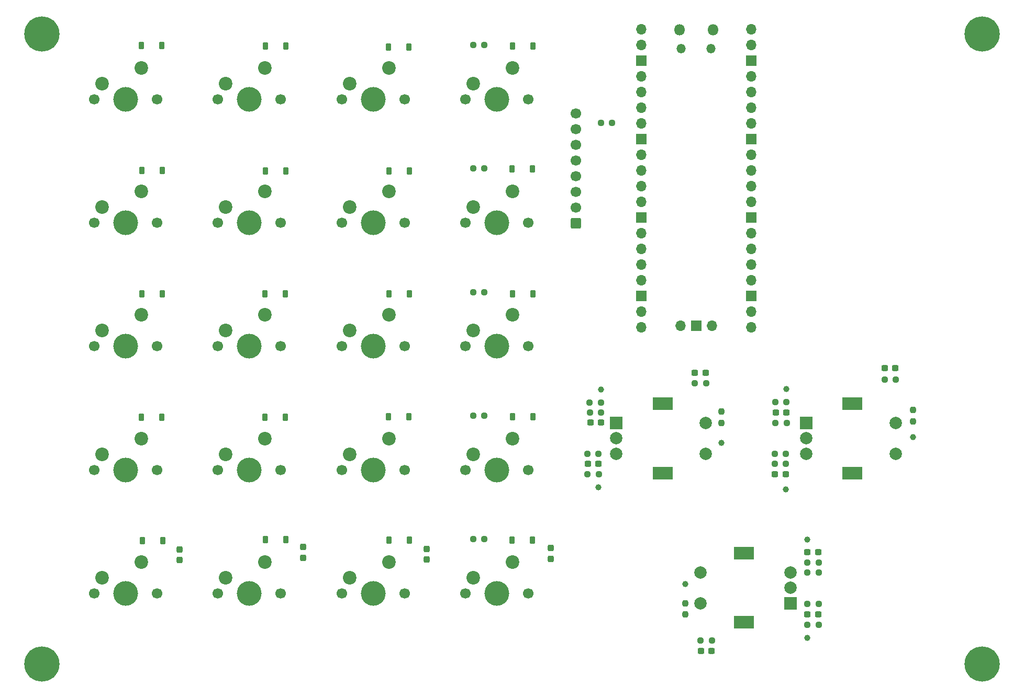
<source format=gts>
%TF.GenerationSoftware,KiCad,Pcbnew,8.0.4*%
%TF.CreationDate,2024-09-23T00:25:40+08:00*%
%TF.ProjectId,MacroKeypad,4d616372-6f4b-4657-9970-61642e6b6963,rev?*%
%TF.SameCoordinates,Original*%
%TF.FileFunction,Soldermask,Top*%
%TF.FilePolarity,Negative*%
%FSLAX46Y46*%
G04 Gerber Fmt 4.6, Leading zero omitted, Abs format (unit mm)*
G04 Created by KiCad (PCBNEW 8.0.4) date 2024-09-23 00:25:40*
%MOMM*%
%LPD*%
G01*
G04 APERTURE LIST*
G04 Aperture macros list*
%AMRoundRect*
0 Rectangle with rounded corners*
0 $1 Rounding radius*
0 $2 $3 $4 $5 $6 $7 $8 $9 X,Y pos of 4 corners*
0 Add a 4 corners polygon primitive as box body*
4,1,4,$2,$3,$4,$5,$6,$7,$8,$9,$2,$3,0*
0 Add four circle primitives for the rounded corners*
1,1,$1+$1,$2,$3*
1,1,$1+$1,$4,$5*
1,1,$1+$1,$6,$7*
1,1,$1+$1,$8,$9*
0 Add four rect primitives between the rounded corners*
20,1,$1+$1,$2,$3,$4,$5,0*
20,1,$1+$1,$4,$5,$6,$7,0*
20,1,$1+$1,$6,$7,$8,$9,0*
20,1,$1+$1,$8,$9,$2,$3,0*%
G04 Aperture macros list end*
%ADD10RoundRect,0.237500X0.300000X0.237500X-0.300000X0.237500X-0.300000X-0.237500X0.300000X-0.237500X0*%
%ADD11RoundRect,0.237500X-0.250000X-0.237500X0.250000X-0.237500X0.250000X0.237500X-0.250000X0.237500X0*%
%ADD12RoundRect,0.237500X0.250000X0.237500X-0.250000X0.237500X-0.250000X-0.237500X0.250000X-0.237500X0*%
%ADD13RoundRect,0.237500X-0.237500X0.300000X-0.237500X-0.300000X0.237500X-0.300000X0.237500X0.300000X0*%
%ADD14C,1.700000*%
%ADD15C,4.000000*%
%ADD16C,2.200000*%
%ADD17RoundRect,0.237500X-0.237500X0.250000X-0.237500X-0.250000X0.237500X-0.250000X0.237500X0.250000X0*%
%ADD18C,5.700000*%
%ADD19R,2.000000X2.000000*%
%ADD20C,2.000000*%
%ADD21R,3.200000X2.000000*%
%ADD22RoundRect,0.225000X0.225000X0.375000X-0.225000X0.375000X-0.225000X-0.375000X0.225000X-0.375000X0*%
%ADD23C,1.000000*%
%ADD24RoundRect,0.237500X-0.300000X-0.237500X0.300000X-0.237500X0.300000X0.237500X-0.300000X0.237500X0*%
%ADD25RoundRect,0.237500X0.237500X-0.250000X0.237500X0.250000X-0.237500X0.250000X-0.237500X-0.250000X0*%
%ADD26RoundRect,0.250000X0.600000X-0.600000X0.600000X0.600000X-0.600000X0.600000X-0.600000X-0.600000X0*%
%ADD27O,1.800000X1.800000*%
%ADD28O,1.500000X1.500000*%
%ADD29O,1.700000X1.700000*%
%ADD30R,1.700000X1.700000*%
G04 APERTURE END LIST*
D10*
%TO.C,C12*%
X143775000Y-93800000D03*
X142050000Y-93800000D03*
%TD*%
D11*
%TO.C,R7*%
X147300000Y-108100000D03*
X149125000Y-108100000D03*
%TD*%
D12*
%TO.C,R1*%
X95062500Y-24300000D03*
X93237500Y-24300000D03*
%TD*%
D13*
%TO.C,C6*%
X85750000Y-105900000D03*
X85750000Y-107625000D03*
%TD*%
D14*
%TO.C,SW22*%
X51970000Y-113100000D03*
D15*
X57050000Y-113100000D03*
D14*
X62130000Y-113100000D03*
D16*
X59590000Y-108020000D03*
X53240000Y-110560000D03*
%TD*%
D11*
%TO.C,R19*%
X112075000Y-82200000D03*
X113900000Y-82200000D03*
%TD*%
D14*
%TO.C,SW17*%
X51970000Y-93100000D03*
D15*
X57050000Y-93100000D03*
D14*
X62130000Y-93100000D03*
D16*
X59590000Y-88020000D03*
X53240000Y-90560000D03*
%TD*%
D11*
%TO.C,R21*%
X142100000Y-85500000D03*
X143925000Y-85500000D03*
%TD*%
D17*
%TO.C,R23*%
X133400000Y-83687500D03*
X133400000Y-85512500D03*
%TD*%
D14*
%TO.C,SW18*%
X71970000Y-93100000D03*
D15*
X77050000Y-93100000D03*
D14*
X82130000Y-93100000D03*
D16*
X79590000Y-88020000D03*
X73240000Y-90560000D03*
%TD*%
D18*
%TO.C,H1*%
X23500000Y-124500000D03*
%TD*%
D11*
%TO.C,R9*%
X130000000Y-120700000D03*
X131825000Y-120700000D03*
%TD*%
D13*
%TO.C,C4*%
X45750000Y-106000000D03*
X45750000Y-107725000D03*
%TD*%
D19*
%TO.C,SW28*%
X147075000Y-85500000D03*
D20*
X147075000Y-90500000D03*
X147075000Y-88000000D03*
D21*
X154575000Y-82400000D03*
X154575000Y-93600000D03*
D20*
X161575000Y-90500000D03*
X161575000Y-85500000D03*
%TD*%
D22*
%TO.C,D3*%
X82850000Y-24600000D03*
X79550000Y-24600000D03*
%TD*%
%TO.C,D2*%
X62950000Y-24500000D03*
X59650000Y-24500000D03*
%TD*%
D17*
%TO.C,R24*%
X164400000Y-83387500D03*
X164400000Y-85212500D03*
%TD*%
D23*
%TO.C,TP4*%
X127500000Y-111600000D03*
%TD*%
D14*
%TO.C,SW24*%
X91970000Y-113100000D03*
D15*
X97050000Y-113100000D03*
D14*
X102130000Y-113100000D03*
D16*
X99590000Y-108020000D03*
X93240000Y-110560000D03*
%TD*%
D12*
%TO.C,R11*%
X113925000Y-83800000D03*
X112100000Y-83800000D03*
%TD*%
D22*
%TO.C,D7*%
X62950000Y-44700000D03*
X59650000Y-44700000D03*
%TD*%
D23*
%TO.C,TP15*%
X113900000Y-80100000D03*
%TD*%
D12*
%TO.C,R13*%
X143800000Y-92100000D03*
X141975000Y-92100000D03*
%TD*%
D19*
%TO.C,SW26*%
X144525000Y-114700000D03*
D20*
X144525000Y-109700000D03*
X144525000Y-112200000D03*
D21*
X137025000Y-117800000D03*
X137025000Y-106600000D03*
D20*
X130025000Y-109700000D03*
X130025000Y-114700000D03*
%TD*%
D23*
%TO.C,TP2*%
X147300000Y-104400000D03*
%TD*%
D22*
%TO.C,D13*%
X82950000Y-64600000D03*
X79650000Y-64600000D03*
%TD*%
D14*
%TO.C,SW6*%
X31970000Y-53100000D03*
D15*
X37050000Y-53100000D03*
D14*
X42130000Y-53100000D03*
D16*
X39590000Y-48020000D03*
X33240000Y-50560000D03*
%TD*%
D14*
%TO.C,SW19*%
X91970000Y-93100000D03*
D15*
X97050000Y-93100000D03*
D14*
X102130000Y-93100000D03*
D16*
X99590000Y-88020000D03*
X93240000Y-90560000D03*
%TD*%
D11*
%TO.C,R6*%
X113887500Y-36900000D03*
X115712500Y-36900000D03*
%TD*%
D23*
%TO.C,TP16*%
X133400000Y-88700000D03*
%TD*%
D12*
%TO.C,R3*%
X95062500Y-64300000D03*
X93237500Y-64300000D03*
%TD*%
%TO.C,R5*%
X95062500Y-104300000D03*
X93237500Y-104300000D03*
%TD*%
D23*
%TO.C,TP18*%
X143875000Y-80000000D03*
%TD*%
D24*
%TO.C,C3*%
X147300000Y-116512500D03*
X149025000Y-116512500D03*
%TD*%
D14*
%TO.C,SW4*%
X91970000Y-33100000D03*
D15*
X97050000Y-33100000D03*
D14*
X102130000Y-33100000D03*
D16*
X99590000Y-28020000D03*
X93240000Y-30560000D03*
%TD*%
D22*
%TO.C,D22*%
X62900000Y-104400000D03*
X59600000Y-104400000D03*
%TD*%
D13*
%TO.C,C5*%
X65750000Y-105600000D03*
X65750000Y-107325000D03*
%TD*%
D23*
%TO.C,TP14*%
X113500000Y-95900000D03*
%TD*%
D14*
%TO.C,SW14*%
X91970000Y-73100000D03*
D15*
X97050000Y-73100000D03*
D14*
X102130000Y-73100000D03*
D16*
X99590000Y-68020000D03*
X93240000Y-70560000D03*
%TD*%
D18*
%TO.C,H2*%
X23500000Y-22500000D03*
%TD*%
D10*
%TO.C,C10*%
X113900000Y-85400000D03*
X112175000Y-85400000D03*
%TD*%
D12*
%TO.C,R2*%
X95062500Y-44300000D03*
X93237500Y-44300000D03*
%TD*%
D23*
%TO.C,TP19*%
X164400000Y-87800000D03*
%TD*%
D22*
%TO.C,D21*%
X43000000Y-104600000D03*
X39700000Y-104600000D03*
%TD*%
D14*
%TO.C,SW9*%
X91970000Y-53100000D03*
D15*
X97050000Y-53100000D03*
D14*
X102130000Y-53100000D03*
D16*
X99590000Y-48020000D03*
X93240000Y-50560000D03*
%TD*%
D22*
%TO.C,D14*%
X102900000Y-64600000D03*
X99600000Y-64600000D03*
%TD*%
%TO.C,D8*%
X82950000Y-44700000D03*
X79650000Y-44700000D03*
%TD*%
D14*
%TO.C,SW16*%
X31970000Y-93100000D03*
D15*
X37050000Y-93100000D03*
D14*
X42130000Y-93100000D03*
D16*
X39590000Y-88020000D03*
X33240000Y-90560000D03*
%TD*%
D22*
%TO.C,D18*%
X82850000Y-84500000D03*
X79550000Y-84500000D03*
%TD*%
%TO.C,D12*%
X62850000Y-64600000D03*
X59550000Y-64600000D03*
%TD*%
%TO.C,D6*%
X42950000Y-44600000D03*
X39650000Y-44600000D03*
%TD*%
D14*
%TO.C,SW23*%
X71970000Y-113100000D03*
D15*
X77050000Y-113100000D03*
D14*
X82130000Y-113100000D03*
D16*
X79590000Y-108020000D03*
X73240000Y-110560000D03*
%TD*%
D14*
%TO.C,SW1*%
X31970000Y-33100000D03*
D15*
X37050000Y-33100000D03*
D14*
X42130000Y-33100000D03*
D16*
X39590000Y-28020000D03*
X33240000Y-30560000D03*
%TD*%
D13*
%TO.C,C7*%
X105750000Y-105775000D03*
X105750000Y-107500000D03*
%TD*%
D14*
%TO.C,SW13*%
X71970000Y-73100000D03*
D15*
X77050000Y-73100000D03*
D14*
X82130000Y-73100000D03*
D16*
X79590000Y-68020000D03*
X73240000Y-70560000D03*
%TD*%
D12*
%TO.C,R14*%
X143900000Y-82100000D03*
X142075000Y-82100000D03*
%TD*%
%TO.C,R10*%
X113525000Y-93800000D03*
X111700000Y-93800000D03*
%TD*%
D22*
%TO.C,D19*%
X102900000Y-84500000D03*
X99600000Y-84500000D03*
%TD*%
%TO.C,D16*%
X42900000Y-84600000D03*
X39600000Y-84600000D03*
%TD*%
D25*
%TO.C,R22*%
X127500000Y-116525000D03*
X127500000Y-114700000D03*
%TD*%
D12*
%TO.C,R16*%
X149100000Y-114800000D03*
X147275000Y-114800000D03*
%TD*%
D26*
%TO.C,J1*%
X109800000Y-53160000D03*
D14*
X109800000Y-50620000D03*
X109800000Y-48080000D03*
X109800000Y-45540000D03*
X109800000Y-43000000D03*
X109800000Y-40460000D03*
X109800000Y-37920000D03*
X109800000Y-35380000D03*
%TD*%
D24*
%TO.C,C1*%
X147300000Y-106400000D03*
X149025000Y-106400000D03*
%TD*%
D14*
%TO.C,SW11*%
X31970000Y-73100000D03*
D15*
X37050000Y-73100000D03*
D14*
X42130000Y-73100000D03*
D16*
X39590000Y-68020000D03*
X33240000Y-70560000D03*
%TD*%
D22*
%TO.C,D9*%
X102800000Y-44400000D03*
X99500000Y-44400000D03*
%TD*%
D10*
%TO.C,C9*%
X113500000Y-92100000D03*
X111775000Y-92100000D03*
%TD*%
%TO.C,C11*%
X130800000Y-77400000D03*
X129075000Y-77400000D03*
%TD*%
D14*
%TO.C,SW21*%
X31970000Y-113100000D03*
D15*
X37050000Y-113100000D03*
D14*
X42130000Y-113100000D03*
D16*
X39590000Y-108020000D03*
X33240000Y-110560000D03*
%TD*%
D22*
%TO.C,D1*%
X42850000Y-24400000D03*
X39550000Y-24400000D03*
%TD*%
D19*
%TO.C,SW27*%
X116375000Y-85500000D03*
D20*
X116375000Y-90500000D03*
X116375000Y-88000000D03*
D21*
X123875000Y-82400000D03*
X123875000Y-93600000D03*
D20*
X130875000Y-90500000D03*
X130875000Y-85500000D03*
%TD*%
D10*
%TO.C,C13*%
X143875000Y-83800000D03*
X142150000Y-83800000D03*
%TD*%
D18*
%TO.C,H4*%
X175500000Y-124500000D03*
%TD*%
D14*
%TO.C,SW2*%
X51970000Y-33100000D03*
D15*
X57050000Y-33100000D03*
D14*
X62130000Y-33100000D03*
D16*
X59590000Y-28020000D03*
X53240000Y-30560000D03*
%TD*%
D22*
%TO.C,D4*%
X102900000Y-24500000D03*
X99600000Y-24500000D03*
%TD*%
D14*
%TO.C,SW7*%
X51970000Y-53100000D03*
D15*
X57050000Y-53100000D03*
D14*
X62130000Y-53100000D03*
D16*
X59590000Y-48020000D03*
X53240000Y-50560000D03*
%TD*%
D22*
%TO.C,D11*%
X42950000Y-64600000D03*
X39650000Y-64600000D03*
%TD*%
D14*
%TO.C,SW8*%
X71970000Y-53100000D03*
D15*
X77050000Y-53100000D03*
D14*
X82130000Y-53100000D03*
D16*
X79590000Y-48020000D03*
X73240000Y-50560000D03*
%TD*%
D14*
%TO.C,SW12*%
X51970000Y-73100000D03*
D15*
X57050000Y-73100000D03*
D14*
X62130000Y-73100000D03*
D16*
X59590000Y-68020000D03*
X53240000Y-70560000D03*
%TD*%
D14*
%TO.C,SW3*%
X71970000Y-33100000D03*
D15*
X77050000Y-33100000D03*
D14*
X82130000Y-33100000D03*
D16*
X79590000Y-28020000D03*
X73240000Y-30560000D03*
%TD*%
D18*
%TO.C,H3*%
X175500000Y-22500000D03*
%TD*%
D12*
%TO.C,R15*%
X161600000Y-78500000D03*
X159775000Y-78500000D03*
%TD*%
%TO.C,R4*%
X95062500Y-84300000D03*
X93237500Y-84300000D03*
%TD*%
%TO.C,R17*%
X149125000Y-109700000D03*
X147300000Y-109700000D03*
%TD*%
D10*
%TO.C,C14*%
X161525000Y-76600000D03*
X159800000Y-76600000D03*
%TD*%
D11*
%TO.C,R20*%
X141975000Y-90500000D03*
X143800000Y-90500000D03*
%TD*%
%TO.C,R18*%
X111687500Y-90500000D03*
X113512500Y-90500000D03*
%TD*%
%TO.C,R8*%
X147275000Y-118212500D03*
X149100000Y-118212500D03*
%TD*%
D22*
%TO.C,D23*%
X82900000Y-104500000D03*
X79600000Y-104500000D03*
%TD*%
D23*
%TO.C,TP17*%
X143775000Y-96300000D03*
%TD*%
D22*
%TO.C,D24*%
X102850000Y-104500000D03*
X99550000Y-104500000D03*
%TD*%
D24*
%TO.C,C2*%
X130037500Y-122400000D03*
X131762500Y-122400000D03*
%TD*%
D12*
%TO.C,R12*%
X130900000Y-79100000D03*
X129075000Y-79100000D03*
%TD*%
D22*
%TO.C,D17*%
X62850000Y-84600000D03*
X59550000Y-84600000D03*
%TD*%
D23*
%TO.C,TP3*%
X147300000Y-120300000D03*
%TD*%
D27*
%TO.C,U2*%
X132025000Y-21855000D03*
D28*
X131725000Y-24885000D03*
X126875000Y-24885000D03*
D27*
X126575000Y-21855000D03*
D29*
X138190000Y-21725000D03*
X138190000Y-24265000D03*
D30*
X138190000Y-26805000D03*
D29*
X138190000Y-29345000D03*
X138190000Y-31885000D03*
X138190000Y-34425000D03*
X138190000Y-36965000D03*
D30*
X138190000Y-39505000D03*
D29*
X138190000Y-42045000D03*
X138190000Y-44585000D03*
X138190000Y-47125000D03*
X138190000Y-49665000D03*
D30*
X138190000Y-52205000D03*
D29*
X138190000Y-54745000D03*
X138190000Y-57285000D03*
X138190000Y-59825000D03*
X138190000Y-62365000D03*
D30*
X138190000Y-64905000D03*
D29*
X138190000Y-67445000D03*
X138190000Y-69985000D03*
X120410000Y-69985000D03*
X120410000Y-67445000D03*
D30*
X120410000Y-64905000D03*
D29*
X120410000Y-62365000D03*
X120410000Y-59825000D03*
X120410000Y-57285000D03*
X120410000Y-54745000D03*
D30*
X120410000Y-52205000D03*
D29*
X120410000Y-49665000D03*
X120410000Y-47125000D03*
X120410000Y-44585000D03*
X120410000Y-42045000D03*
D30*
X120410000Y-39505000D03*
D29*
X120410000Y-36965000D03*
X120410000Y-34425000D03*
X120410000Y-31885000D03*
X120410000Y-29345000D03*
D30*
X120410000Y-26805000D03*
D29*
X120410000Y-24265000D03*
X120410000Y-21725000D03*
X131840000Y-69755000D03*
D30*
X129300000Y-69755000D03*
D29*
X126760000Y-69755000D03*
%TD*%
M02*

</source>
